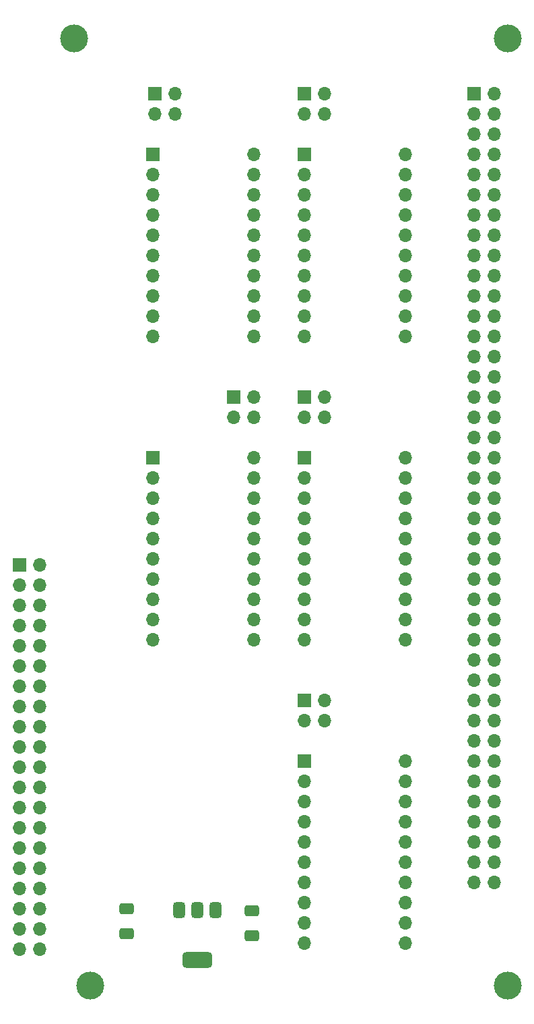
<source format=gbr>
%TF.GenerationSoftware,KiCad,Pcbnew,9.0.1-9.0.1-0~ubuntu24.04.1*%
%TF.CreationDate,2025-04-22T11:48:06+09:00*%
%TF.ProjectId,PSCE-TEST_TANG25K,50534345-2d54-4455-9354-5f54414e4732,rev?*%
%TF.SameCoordinates,Original*%
%TF.FileFunction,Soldermask,Top*%
%TF.FilePolarity,Negative*%
%FSLAX46Y46*%
G04 Gerber Fmt 4.6, Leading zero omitted, Abs format (unit mm)*
G04 Created by KiCad (PCBNEW 9.0.1-9.0.1-0~ubuntu24.04.1) date 2025-04-22 11:48:06*
%MOMM*%
%LPD*%
G01*
G04 APERTURE LIST*
G04 Aperture macros list*
%AMRoundRect*
0 Rectangle with rounded corners*
0 $1 Rounding radius*
0 $2 $3 $4 $5 $6 $7 $8 $9 X,Y pos of 4 corners*
0 Add a 4 corners polygon primitive as box body*
4,1,4,$2,$3,$4,$5,$6,$7,$8,$9,$2,$3,0*
0 Add four circle primitives for the rounded corners*
1,1,$1+$1,$2,$3*
1,1,$1+$1,$4,$5*
1,1,$1+$1,$6,$7*
1,1,$1+$1,$8,$9*
0 Add four rect primitives between the rounded corners*
20,1,$1+$1,$2,$3,$4,$5,0*
20,1,$1+$1,$4,$5,$6,$7,0*
20,1,$1+$1,$6,$7,$8,$9,0*
20,1,$1+$1,$8,$9,$2,$3,0*%
G04 Aperture macros list end*
%ADD10R,1.700000X1.700000*%
%ADD11O,1.700000X1.700000*%
%ADD12C,3.500000*%
%ADD13RoundRect,0.375000X-0.375000X0.625000X-0.375000X-0.625000X0.375000X-0.625000X0.375000X0.625000X0*%
%ADD14RoundRect,0.500000X-1.400000X0.500000X-1.400000X-0.500000X1.400000X-0.500000X1.400000X0.500000X0*%
%ADD15RoundRect,0.250000X0.650000X-0.412500X0.650000X0.412500X-0.650000X0.412500X-0.650000X-0.412500X0*%
%ADD16RoundRect,0.250000X-0.650000X0.412500X-0.650000X-0.412500X0.650000X-0.412500X0.650000X0.412500X0*%
G04 APERTURE END LIST*
D10*
%TO.C,J1*%
X103124000Y-48006000D03*
D11*
X105664000Y-48006000D03*
X103124000Y-50546000D03*
X105664000Y-50546000D03*
%TD*%
D10*
%TO.C,J6*%
X143256000Y-48006000D03*
D11*
X145796000Y-48006000D03*
X143256000Y-50546000D03*
X145796000Y-50546000D03*
X143256000Y-53086000D03*
X145796000Y-53086000D03*
X143256000Y-55626000D03*
X145796000Y-55626000D03*
X143256000Y-58166000D03*
X145796000Y-58166000D03*
X143256000Y-60706000D03*
X145796000Y-60706000D03*
X143256000Y-63246000D03*
X145796000Y-63246000D03*
X143256000Y-65786000D03*
X145796000Y-65786000D03*
X143256000Y-68326000D03*
X145796000Y-68326000D03*
X143256000Y-70866000D03*
X145796000Y-70866000D03*
X143256000Y-73406000D03*
X145796000Y-73406000D03*
X143256000Y-75946000D03*
X145796000Y-75946000D03*
X143256000Y-78486000D03*
X145796000Y-78486000D03*
X143256000Y-81026000D03*
X145796000Y-81026000D03*
X143256000Y-83566000D03*
X145796000Y-83566000D03*
X143256000Y-86106000D03*
X145796000Y-86106000D03*
X143256000Y-88646000D03*
X145796000Y-88646000D03*
X143256000Y-91186000D03*
X145796000Y-91186000D03*
X143256000Y-93726000D03*
X145796000Y-93726000D03*
X143256000Y-96266000D03*
X145796000Y-96266000D03*
X143256000Y-98806000D03*
X145796000Y-98806000D03*
X143256000Y-101346000D03*
X145796000Y-101346000D03*
X143256000Y-103886000D03*
X145796000Y-103886000D03*
X143256000Y-106426000D03*
X145796000Y-106426000D03*
X143256000Y-108966000D03*
X145796000Y-108966000D03*
X143256000Y-111506000D03*
X145796000Y-111506000D03*
X143256000Y-114046000D03*
X145796000Y-114046000D03*
X143256000Y-116586000D03*
X145796000Y-116586000D03*
X143256000Y-119126000D03*
X145796000Y-119126000D03*
X143256000Y-121666000D03*
X145796000Y-121666000D03*
X143256000Y-124206000D03*
X145796000Y-124206000D03*
X143256000Y-126746000D03*
X145796000Y-126746000D03*
X143256000Y-129286000D03*
X145796000Y-129286000D03*
X143256000Y-131826000D03*
X145796000Y-131826000D03*
X143256000Y-134366000D03*
X145796000Y-134366000D03*
X143256000Y-136906000D03*
X145796000Y-136906000D03*
X143256000Y-139446000D03*
X145796000Y-139446000D03*
X143256000Y-141986000D03*
X145796000Y-141986000D03*
X143256000Y-144526000D03*
X145796000Y-144526000D03*
X143256000Y-147066000D03*
X145796000Y-147066000D03*
%TD*%
D10*
%TO.C,U2*%
X121920000Y-55626000D03*
D11*
X121920000Y-58166000D03*
X121920000Y-60706000D03*
X121920000Y-63246000D03*
X121920000Y-65786000D03*
X121920000Y-68326000D03*
X121920000Y-70866000D03*
X121920000Y-73406000D03*
X121920000Y-75946000D03*
X121920000Y-78486000D03*
X134620000Y-78486000D03*
X134620000Y-75946000D03*
X134620000Y-73406000D03*
X134620000Y-70866000D03*
X134620000Y-68326000D03*
X134620000Y-65786000D03*
X134620000Y-63246000D03*
X134620000Y-60706000D03*
X134620000Y-58166000D03*
X134620000Y-55626000D03*
%TD*%
D10*
%TO.C,U4*%
X121920000Y-93726000D03*
D11*
X121920000Y-96266000D03*
X121920000Y-98806000D03*
X121920000Y-101346000D03*
X121920000Y-103886000D03*
X121920000Y-106426000D03*
X121920000Y-108966000D03*
X121920000Y-111506000D03*
X121920000Y-114046000D03*
X121920000Y-116586000D03*
X134620000Y-116586000D03*
X134620000Y-114046000D03*
X134620000Y-111506000D03*
X134620000Y-108966000D03*
X134620000Y-106426000D03*
X134620000Y-103886000D03*
X134620000Y-101346000D03*
X134620000Y-98806000D03*
X134620000Y-96266000D03*
X134620000Y-93726000D03*
%TD*%
D10*
%TO.C,U5*%
X121920000Y-131826000D03*
D11*
X121920000Y-134366000D03*
X121920000Y-136906000D03*
X121920000Y-139446000D03*
X121920000Y-141986000D03*
X121920000Y-144526000D03*
X121920000Y-147066000D03*
X121920000Y-149606000D03*
X121920000Y-152146000D03*
X121920000Y-154686000D03*
X134620000Y-154686000D03*
X134620000Y-152146000D03*
X134620000Y-149606000D03*
X134620000Y-147066000D03*
X134620000Y-144526000D03*
X134620000Y-141986000D03*
X134620000Y-139446000D03*
X134620000Y-136906000D03*
X134620000Y-134366000D03*
X134620000Y-131826000D03*
%TD*%
D10*
%TO.C,J7*%
X86106000Y-107188000D03*
D11*
X88646000Y-107188000D03*
X86106000Y-109728000D03*
X88646000Y-109728000D03*
X86106000Y-112268000D03*
X88646000Y-112268000D03*
X86106000Y-114808000D03*
X88646000Y-114808000D03*
X86106000Y-117348000D03*
X88646000Y-117348000D03*
X86106000Y-119888000D03*
X88646000Y-119888000D03*
X86106000Y-122428000D03*
X88646000Y-122428000D03*
X86106000Y-124968000D03*
X88646000Y-124968000D03*
X86106000Y-127508000D03*
X88646000Y-127508000D03*
X86106000Y-130048000D03*
X88646000Y-130048000D03*
X86106000Y-132588000D03*
X88646000Y-132588000D03*
X86106000Y-135128000D03*
X88646000Y-135128000D03*
X86106000Y-137668000D03*
X88646000Y-137668000D03*
X86106000Y-140208000D03*
X88646000Y-140208000D03*
X86106000Y-142748000D03*
X88646000Y-142748000D03*
X86106000Y-145288000D03*
X88646000Y-145288000D03*
X86106000Y-147828000D03*
X88646000Y-147828000D03*
X86106000Y-150368000D03*
X88646000Y-150368000D03*
X86106000Y-152908000D03*
X88646000Y-152908000D03*
X86106000Y-155448000D03*
X88646000Y-155448000D03*
%TD*%
D10*
%TO.C,U3*%
X102870000Y-93726000D03*
D11*
X102870000Y-96266000D03*
X102870000Y-98806000D03*
X102870000Y-101346000D03*
X102870000Y-103886000D03*
X102870000Y-106426000D03*
X102870000Y-108966000D03*
X102870000Y-111506000D03*
X102870000Y-114046000D03*
X102870000Y-116586000D03*
X115570000Y-116586000D03*
X115570000Y-114046000D03*
X115570000Y-111506000D03*
X115570000Y-108966000D03*
X115570000Y-106426000D03*
X115570000Y-103886000D03*
X115570000Y-101346000D03*
X115570000Y-98806000D03*
X115570000Y-96266000D03*
X115570000Y-93726000D03*
%TD*%
D12*
%TO.C,H3*%
X95000000Y-160000000D03*
%TD*%
%TO.C,H2*%
X93000000Y-41000000D03*
%TD*%
D10*
%TO.C,J4*%
X121920000Y-86106000D03*
D11*
X124460000Y-86106000D03*
X121920000Y-88646000D03*
X124460000Y-88646000D03*
%TD*%
D12*
%TO.C,H4*%
X147500000Y-160000000D03*
%TD*%
D13*
%TO.C,U6*%
X110758000Y-150481500D03*
X108458000Y-150481500D03*
D14*
X108458000Y-156781500D03*
D13*
X106158000Y-150481500D03*
%TD*%
D10*
%TO.C,U1*%
X102870000Y-55626000D03*
D11*
X102870000Y-58166000D03*
X102870000Y-60706000D03*
X102870000Y-63246000D03*
X102870000Y-65786000D03*
X102870000Y-68326000D03*
X102870000Y-70866000D03*
X102870000Y-73406000D03*
X102870000Y-75946000D03*
X102870000Y-78486000D03*
X115570000Y-78486000D03*
X115570000Y-75946000D03*
X115570000Y-73406000D03*
X115570000Y-70866000D03*
X115570000Y-68326000D03*
X115570000Y-65786000D03*
X115570000Y-63246000D03*
X115570000Y-60706000D03*
X115570000Y-58166000D03*
X115570000Y-55626000D03*
%TD*%
D10*
%TO.C,J5*%
X121920000Y-124206000D03*
D11*
X124460000Y-124206000D03*
X121920000Y-126746000D03*
X124460000Y-126746000D03*
%TD*%
D10*
%TO.C,J3*%
X113025000Y-86101000D03*
D11*
X115565000Y-86101000D03*
X113025000Y-88641000D03*
X115565000Y-88641000D03*
%TD*%
D10*
%TO.C,J2*%
X121920000Y-48006000D03*
D11*
X124460000Y-48006000D03*
X121920000Y-50546000D03*
X124460000Y-50546000D03*
%TD*%
D12*
%TO.C,H1*%
X147500000Y-41000000D03*
%TD*%
D15*
%TO.C,C2*%
X115316000Y-153708500D03*
X115316000Y-150583500D03*
%TD*%
D16*
%TO.C,C1*%
X99568000Y-150329500D03*
X99568000Y-153454500D03*
%TD*%
M02*

</source>
